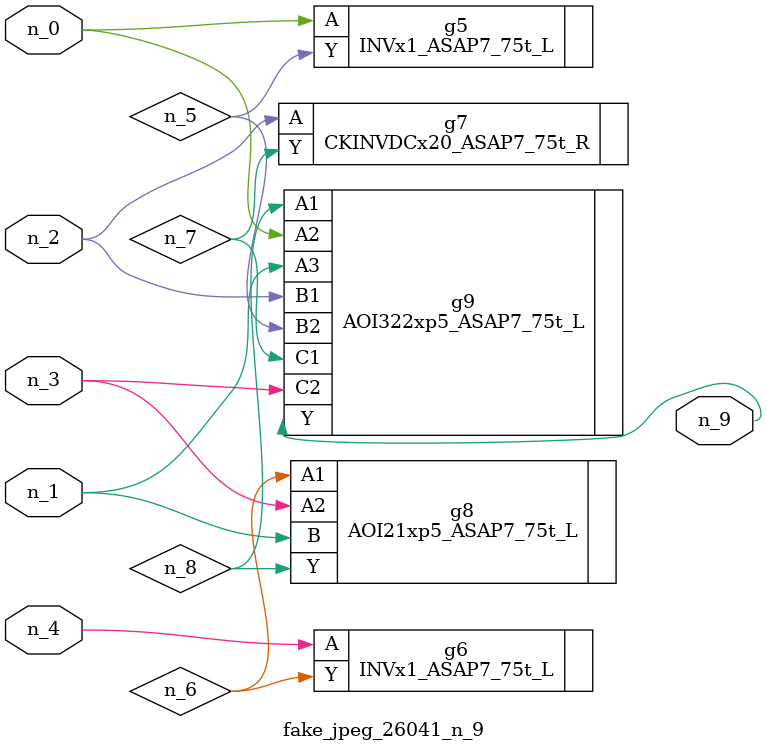
<source format=v>
module fake_jpeg_26041_n_9 (n_3, n_2, n_1, n_0, n_4, n_9);

input n_3;
input n_2;
input n_1;
input n_0;
input n_4;

output n_9;

wire n_8;
wire n_6;
wire n_5;
wire n_7;

INVx1_ASAP7_75t_L g5 ( 
.A(n_0),
.Y(n_5)
);

INVx1_ASAP7_75t_L g6 ( 
.A(n_4),
.Y(n_6)
);

CKINVDCx20_ASAP7_75t_R g7 ( 
.A(n_2),
.Y(n_7)
);

AOI21xp5_ASAP7_75t_L g8 ( 
.A1(n_6),
.A2(n_3),
.B(n_1),
.Y(n_8)
);

AOI322xp5_ASAP7_75t_L g9 ( 
.A1(n_8),
.A2(n_0),
.A3(n_1),
.B1(n_2),
.B2(n_5),
.C1(n_7),
.C2(n_3),
.Y(n_9)
);


endmodule
</source>
